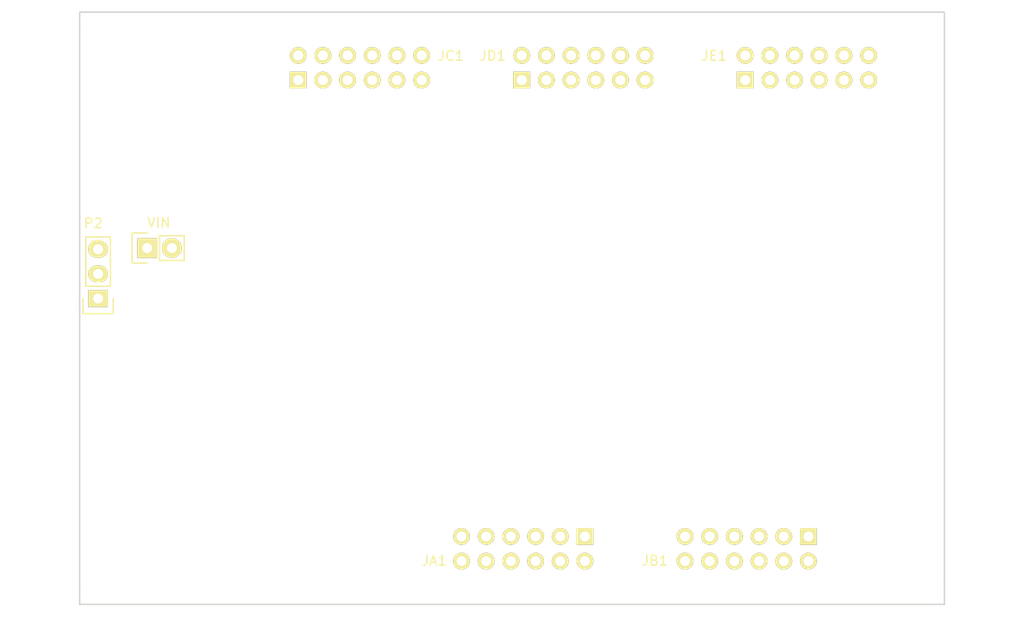
<source format=kicad_pcb>
(kicad_pcb (version 20160815) (host pcbnew "(2017-01-24 revision 0b6147e)-makepkg")

  (general
    (links 0)
    (no_connects 0)
    (area 32.424999 77.924999 121.575001 139.075001)
    (thickness 1.6)
    (drawings 5)
    (tracks 0)
    (zones 0)
    (modules 11)
    (nets 68)
  )

  (page A4)
  (layers
    (0 F.Cu signal)
    (31 B.Cu power)
    (32 B.Adhes user)
    (33 F.Adhes user)
    (34 B.Paste user)
    (35 F.Paste user)
    (36 B.SilkS user)
    (37 F.SilkS user)
    (38 B.Mask user)
    (39 F.Mask user)
    (40 Dwgs.User user)
    (41 Cmts.User user)
    (42 Eco1.User user)
    (43 Eco2.User user)
    (44 Edge.Cuts user)
    (45 Margin user)
    (46 B.CrtYd user)
    (47 F.CrtYd user)
    (48 B.Fab user)
    (49 F.Fab user)
  )

  (setup
    (last_trace_width 0.25)
    (user_trace_width 0.254)
    (user_trace_width 0.381)
    (user_trace_width 0.508)
    (user_trace_width 0.635)
    (user_trace_width 0.762)
    (trace_clearance 0.2)
    (zone_clearance 0.254)
    (zone_45_only no)
    (trace_min 0.2)
    (segment_width 0.2)
    (edge_width 0.15)
    (via_size 0.6)
    (via_drill 0.4)
    (via_min_size 0.4)
    (via_min_drill 0.3)
    (uvia_size 0.3)
    (uvia_drill 0.1)
    (uvias_allowed no)
    (uvia_min_size 0.2)
    (uvia_min_drill 0.1)
    (pcb_text_width 0.3)
    (pcb_text_size 1.5 1.5)
    (mod_edge_width 0.15)
    (mod_text_size 1 1)
    (mod_text_width 0.15)
    (pad_size 1.524 1.524)
    (pad_drill 0.762)
    (pad_to_mask_clearance 0.2)
    (aux_axis_origin 0 0)
    (visible_elements 7FFEFF7F)
    (pcbplotparams
      (layerselection 0x010f0_ffffffff)
      (usegerberextensions true)
      (excludeedgelayer true)
      (linewidth 0.100000)
      (plotframeref false)
      (viasonmask false)
      (mode 1)
      (useauxorigin false)
      (hpglpennumber 1)
      (hpglpenspeed 20)
      (hpglpendiameter 15)
      (psnegative false)
      (psa4output false)
      (plotreference true)
      (plotvalue true)
      (plotinvisibletext false)
      (padsonsilk false)
      (subtractmaskfromsilk true)
      (outputformat 1)
      (mirror false)
      (drillshape 0)
      (scaleselection 1)
      (outputdirectory Gerber/))
  )

  (net 0 "")
  (net 1 /fpga/VCC3V3)
  (net 2 GND)
  (net 3 "Net-(JA1-Pad7)")
  (net 4 "Net-(JA1-Pad1)")
  (net 5 "Net-(JA1-Pad8)")
  (net 6 "Net-(JA1-Pad2)")
  (net 7 "Net-(JA1-Pad9)")
  (net 8 "Net-(JA1-Pad3)")
  (net 9 "Net-(JA1-Pad10)")
  (net 10 "Net-(JA1-Pad4)")
  (net 11 "Net-(JA1-Pad11)")
  (net 12 "Net-(JA1-Pad5)")
  (net 13 "Net-(JA1-Pad12)")
  (net 14 "Net-(JA1-Pad6)")
  (net 15 "Net-(JB1-Pad6)")
  (net 16 "Net-(JB1-Pad12)")
  (net 17 "Net-(JB1-Pad5)")
  (net 18 "Net-(JB1-Pad11)")
  (net 19 "Net-(JB1-Pad4)")
  (net 20 "Net-(JB1-Pad10)")
  (net 21 "Net-(JB1-Pad3)")
  (net 22 "Net-(JB1-Pad9)")
  (net 23 "Net-(JB1-Pad2)")
  (net 24 "Net-(JB1-Pad8)")
  (net 25 "Net-(JB1-Pad1)")
  (net 26 "Net-(JB1-Pad7)")
  (net 27 "Net-(JC1-Pad6)")
  (net 28 "Net-(JC1-Pad12)")
  (net 29 "Net-(JC1-Pad5)")
  (net 30 "Net-(JC1-Pad11)")
  (net 31 "Net-(JC1-Pad4)")
  (net 32 "Net-(JC1-Pad10)")
  (net 33 "Net-(JC1-Pad3)")
  (net 34 "Net-(JC1-Pad9)")
  (net 35 "Net-(JC1-Pad2)")
  (net 36 "Net-(JC1-Pad8)")
  (net 37 "Net-(JC1-Pad1)")
  (net 38 "Net-(JC1-Pad7)")
  (net 39 "Net-(JD1-Pad6)")
  (net 40 "Net-(JD1-Pad12)")
  (net 41 "Net-(JD1-Pad5)")
  (net 42 "Net-(JD1-Pad11)")
  (net 43 "Net-(JD1-Pad4)")
  (net 44 "Net-(JD1-Pad10)")
  (net 45 "Net-(JD1-Pad3)")
  (net 46 "Net-(JD1-Pad9)")
  (net 47 "Net-(JD1-Pad2)")
  (net 48 "Net-(JD1-Pad8)")
  (net 49 "Net-(JD1-Pad1)")
  (net 50 "Net-(JD1-Pad7)")
  (net 51 "Net-(JE1-Pad7)")
  (net 52 "Net-(JE1-Pad1)")
  (net 53 "Net-(JE1-Pad8)")
  (net 54 "Net-(JE1-Pad2)")
  (net 55 "Net-(JE1-Pad9)")
  (net 56 "Net-(JE1-Pad3)")
  (net 57 "Net-(JE1-Pad10)")
  (net 58 "Net-(JE1-Pad4)")
  (net 59 "Net-(JE1-Pad11)")
  (net 60 "Net-(JE1-Pad5)")
  (net 61 "Net-(JE1-Pad12)")
  (net 62 "Net-(JE1-Pad6)")
  (net 63 "Net-(P2-Pad1)")
  (net 64 "Net-(P2-Pad2)")
  (net 65 "Net-(P2-Pad3)")
  (net 66 "Net-(P3-Pad1)")
  (net 67 "Net-(P3-Pad2)")

  (net_class Default "This is the default net class."
    (clearance 0.2)
    (trace_width 0.25)
    (via_dia 0.6)
    (via_drill 0.4)
    (uvia_dia 0.3)
    (uvia_drill 0.1)
    (add_net "Net-(JA1-Pad1)")
    (add_net "Net-(JA1-Pad10)")
    (add_net "Net-(JA1-Pad11)")
    (add_net "Net-(JA1-Pad12)")
    (add_net "Net-(JA1-Pad2)")
    (add_net "Net-(JA1-Pad3)")
    (add_net "Net-(JA1-Pad4)")
    (add_net "Net-(JA1-Pad5)")
    (add_net "Net-(JA1-Pad6)")
    (add_net "Net-(JA1-Pad7)")
    (add_net "Net-(JA1-Pad8)")
    (add_net "Net-(JA1-Pad9)")
    (add_net "Net-(JB1-Pad1)")
    (add_net "Net-(JB1-Pad10)")
    (add_net "Net-(JB1-Pad11)")
    (add_net "Net-(JB1-Pad12)")
    (add_net "Net-(JB1-Pad2)")
    (add_net "Net-(JB1-Pad3)")
    (add_net "Net-(JB1-Pad4)")
    (add_net "Net-(JB1-Pad5)")
    (add_net "Net-(JB1-Pad6)")
    (add_net "Net-(JB1-Pad7)")
    (add_net "Net-(JB1-Pad8)")
    (add_net "Net-(JB1-Pad9)")
    (add_net "Net-(JC1-Pad1)")
    (add_net "Net-(JC1-Pad10)")
    (add_net "Net-(JC1-Pad11)")
    (add_net "Net-(JC1-Pad12)")
    (add_net "Net-(JC1-Pad2)")
    (add_net "Net-(JC1-Pad3)")
    (add_net "Net-(JC1-Pad4)")
    (add_net "Net-(JC1-Pad5)")
    (add_net "Net-(JC1-Pad6)")
    (add_net "Net-(JC1-Pad7)")
    (add_net "Net-(JC1-Pad8)")
    (add_net "Net-(JC1-Pad9)")
    (add_net "Net-(JD1-Pad1)")
    (add_net "Net-(JD1-Pad10)")
    (add_net "Net-(JD1-Pad11)")
    (add_net "Net-(JD1-Pad12)")
    (add_net "Net-(JD1-Pad2)")
    (add_net "Net-(JD1-Pad3)")
    (add_net "Net-(JD1-Pad4)")
    (add_net "Net-(JD1-Pad5)")
    (add_net "Net-(JD1-Pad6)")
    (add_net "Net-(JD1-Pad7)")
    (add_net "Net-(JD1-Pad8)")
    (add_net "Net-(JD1-Pad9)")
    (add_net "Net-(JE1-Pad1)")
    (add_net "Net-(JE1-Pad10)")
    (add_net "Net-(JE1-Pad11)")
    (add_net "Net-(JE1-Pad12)")
    (add_net "Net-(JE1-Pad2)")
    (add_net "Net-(JE1-Pad3)")
    (add_net "Net-(JE1-Pad4)")
    (add_net "Net-(JE1-Pad5)")
    (add_net "Net-(JE1-Pad6)")
    (add_net "Net-(JE1-Pad7)")
    (add_net "Net-(JE1-Pad8)")
    (add_net "Net-(JE1-Pad9)")
    (add_net "Net-(P2-Pad1)")
    (add_net "Net-(P2-Pad2)")
    (add_net "Net-(P2-Pad3)")
    (add_net "Net-(P3-Pad1)")
    (add_net "Net-(P3-Pad2)")
  )

  (net_class Power ""
    (clearance 0.2)
    (trace_width 0.25)
    (via_dia 0.6)
    (via_drill 0.4)
    (uvia_dia 0.3)
    (uvia_drill 0.1)
  )

  (module Spartan6Dev:Socket_Strip_Angled_2x06_PMOD locked (layer F.Cu) (tedit 58B7E39D) (tstamp 58A14D4C)
    (at 84.5 132 180)
    (descr "Through hole socket strip")
    (tags "socket strip")
    (path /5863C8D0/589ECA19)
    (fp_text reference JA1 (at 15.5 -2.5 180) (layer F.SilkS)
      (effects (font (size 1 1) (thickness 0.15)))
    )
    (fp_text value PMA (at 6.27 -5.35 180) (layer F.Fab)
      (effects (font (size 1 1) (thickness 0.15)))
    )
    (pad 7 thru_hole oval (at -0.0035 -2.5435) (size 1.7272 1.7272) (drill 1.016) (layers *.Cu *.Mask F.SilkS)
      (net 3 "Net-(JA1-Pad7)"))
    (pad 1 thru_hole rect (at -0.0035 -0.0035) (size 1.7272 1.7272) (drill 1.016) (layers *.Cu *.Mask F.SilkS)
      (net 4 "Net-(JA1-Pad1)"))
    (pad 8 thru_hole oval (at 2.5365 -2.5435) (size 1.7272 1.7272) (drill 1.016) (layers *.Cu *.Mask F.SilkS)
      (net 5 "Net-(JA1-Pad8)"))
    (pad 2 thru_hole oval (at 2.5365 -0.0035) (size 1.7272 1.7272) (drill 1.016) (layers *.Cu *.Mask F.SilkS)
      (net 6 "Net-(JA1-Pad2)"))
    (pad 9 thru_hole oval (at 5.0765 -2.5435) (size 1.7272 1.7272) (drill 1.016) (layers *.Cu *.Mask F.SilkS)
      (net 7 "Net-(JA1-Pad9)"))
    (pad 3 thru_hole oval (at 5.0765 -0.0035) (size 1.7272 1.7272) (drill 1.016) (layers *.Cu *.Mask F.SilkS)
      (net 8 "Net-(JA1-Pad3)"))
    (pad 10 thru_hole oval (at 7.6165 -2.5435) (size 1.7272 1.7272) (drill 1.016) (layers *.Cu *.Mask F.SilkS)
      (net 9 "Net-(JA1-Pad10)"))
    (pad 4 thru_hole oval (at 7.6165 -0.0035) (size 1.7272 1.7272) (drill 1.016) (layers *.Cu *.Mask F.SilkS)
      (net 10 "Net-(JA1-Pad4)"))
    (pad 11 thru_hole oval (at 10.1565 -2.5435) (size 1.7272 1.7272) (drill 1.016) (layers *.Cu *.Mask F.SilkS)
      (net 11 "Net-(JA1-Pad11)"))
    (pad 5 thru_hole oval (at 10.1565 -0.0035) (size 1.7272 1.7272) (drill 1.016) (layers *.Cu *.Mask F.SilkS)
      (net 12 "Net-(JA1-Pad5)"))
    (pad 12 thru_hole oval (at 12.6965 -2.5435) (size 1.7272 1.7272) (drill 1.016) (layers *.Cu *.Mask F.SilkS)
      (net 13 "Net-(JA1-Pad12)"))
    (pad 6 thru_hole circle (at 12.6965 -0.0035) (size 1.7272 1.7272) (drill 1.016) (layers *.Cu *.Mask F.SilkS)
      (net 14 "Net-(JA1-Pad6)"))
    (model ${KIPRJMOD}/3dmodels/Pin_Header_Straight_2x06.wrl
      (at (xyz 0.25 0.05118110236220473 -0.05314960629921261))
      (scale (xyz 1 1 1))
      (rotate (xyz 180 0 0))
    )
  )

  (module Spartan6Dev:Pin_Header_Straight_1x03 locked (layer F.Cu) (tedit 58A5BABD) (tstamp 589F2840)
    (at 34.4 107.5 180)
    (descr "Through hole pin header")
    (tags "pin header")
    (path /5863C797/5868E260)
    (fp_text reference P2 (at 0.5 7.75 180) (layer F.SilkS)
      (effects (font (size 1 1) (thickness 0.15)))
    )
    (fp_text value PWR_SELECT (at 0 -3.1 180) (layer F.Fab)
      (effects (font (size 1 1) (thickness 0.15)))
    )
    (fp_line (start -1.75 -1.75) (end -1.75 6.85) (layer F.CrtYd) (width 0.05))
    (fp_line (start 1.75 -1.75) (end 1.75 6.85) (layer F.CrtYd) (width 0.05))
    (fp_line (start -1.75 -1.75) (end 1.75 -1.75) (layer F.CrtYd) (width 0.05))
    (fp_line (start -1.75 6.85) (end 1.75 6.85) (layer F.CrtYd) (width 0.05))
    (fp_line (start -1.27 1.27) (end -1.27 6.35) (layer F.SilkS) (width 0.15))
    (fp_line (start -1.27 6.35) (end 1.27 6.35) (layer F.SilkS) (width 0.15))
    (fp_line (start 1.27 6.35) (end 1.27 1.27) (layer F.SilkS) (width 0.15))
    (fp_line (start 1.55 -1.55) (end 1.55 0) (layer F.SilkS) (width 0.15))
    (fp_line (start 1.27 1.27) (end -1.27 1.27) (layer F.SilkS) (width 0.15))
    (fp_line (start -1.55 0) (end -1.55 -1.55) (layer F.SilkS) (width 0.15))
    (fp_line (start -1.55 -1.55) (end 1.55 -1.55) (layer F.SilkS) (width 0.15))
    (pad 1 thru_hole rect (at 0 0 180) (size 2.032 1.7272) (drill 1.016) (layers *.Cu *.Mask F.SilkS)
      (net 63 "Net-(P2-Pad1)"))
    (pad 2 thru_hole oval (at 0 2.54 180) (size 2.032 1.7272) (drill 1.016) (layers *.Cu *.Mask F.SilkS)
      (net 64 "Net-(P2-Pad2)"))
    (pad 3 thru_hole oval (at 0 5.08 180) (size 2.032 1.7272) (drill 1.016) (layers *.Cu *.Mask F.SilkS)
      (net 65 "Net-(P2-Pad3)"))
    (model ${KIPRJMOD}/3dmodels/Pin_Header_Straight_1x03.wrl
      (at (xyz 0 -0.1 -0.05314960629921261))
      (scale (xyz 1 1 1))
      (rotate (xyz 180 0 90))
    )
  )

  (module Spartan6Dev:Socket_Strip_Angled_2x06_PMOD locked (layer F.Cu) (tedit 58B7E3A7) (tstamp 58A14D5C)
    (at 107.5 132 180)
    (descr "Through hole socket strip")
    (tags "socket strip")
    (path /5863C8D0/589F1739)
    (fp_text reference JB1 (at 15.8 -2.5 180) (layer F.SilkS)
      (effects (font (size 1 1) (thickness 0.15)))
    )
    (fp_text value PMB (at 6.27 -5.35 180) (layer F.Fab)
      (effects (font (size 1 1) (thickness 0.15)))
    )
    (pad 6 thru_hole circle (at 12.6965 -0.0035) (size 1.7272 1.7272) (drill 1.016) (layers *.Cu *.Mask F.SilkS)
      (net 15 "Net-(JB1-Pad6)"))
    (pad 12 thru_hole oval (at 12.6965 -2.5435) (size 1.7272 1.7272) (drill 1.016) (layers *.Cu *.Mask F.SilkS)
      (net 16 "Net-(JB1-Pad12)"))
    (pad 5 thru_hole oval (at 10.1565 -0.0035) (size 1.7272 1.7272) (drill 1.016) (layers *.Cu *.Mask F.SilkS)
      (net 17 "Net-(JB1-Pad5)"))
    (pad 11 thru_hole oval (at 10.1565 -2.5435) (size 1.7272 1.7272) (drill 1.016) (layers *.Cu *.Mask F.SilkS)
      (net 18 "Net-(JB1-Pad11)"))
    (pad 4 thru_hole oval (at 7.6165 -0.0035) (size 1.7272 1.7272) (drill 1.016) (layers *.Cu *.Mask F.SilkS)
      (net 19 "Net-(JB1-Pad4)"))
    (pad 10 thru_hole oval (at 7.6165 -2.5435) (size 1.7272 1.7272) (drill 1.016) (layers *.Cu *.Mask F.SilkS)
      (net 20 "Net-(JB1-Pad10)"))
    (pad 3 thru_hole oval (at 5.0765 -0.0035) (size 1.7272 1.7272) (drill 1.016) (layers *.Cu *.Mask F.SilkS)
      (net 21 "Net-(JB1-Pad3)"))
    (pad 9 thru_hole oval (at 5.0765 -2.5435) (size 1.7272 1.7272) (drill 1.016) (layers *.Cu *.Mask F.SilkS)
      (net 22 "Net-(JB1-Pad9)"))
    (pad 2 thru_hole oval (at 2.5365 -0.0035) (size 1.7272 1.7272) (drill 1.016) (layers *.Cu *.Mask F.SilkS)
      (net 23 "Net-(JB1-Pad2)"))
    (pad 8 thru_hole oval (at 2.5365 -2.5435) (size 1.7272 1.7272) (drill 1.016) (layers *.Cu *.Mask F.SilkS)
      (net 24 "Net-(JB1-Pad8)"))
    (pad 1 thru_hole rect (at -0.0035 -0.0035) (size 1.7272 1.7272) (drill 1.016) (layers *.Cu *.Mask F.SilkS)
      (net 25 "Net-(JB1-Pad1)"))
    (pad 7 thru_hole oval (at -0.0035 -2.5435) (size 1.7272 1.7272) (drill 1.016) (layers *.Cu *.Mask F.SilkS)
      (net 26 "Net-(JB1-Pad7)"))
    (model ${KIPRJMOD}/3dmodels/Pin_Header_Straight_2x06.wrl
      (at (xyz 0.25 0.05118110236220473 -0.05314960629921261))
      (scale (xyz 1 1 1))
      (rotate (xyz 180 0 0))
    )
  )

  (module Spartan6Dev:Socket_Strip_Angled_2x06_PMOD locked (layer F.Cu) (tedit 58B7E365) (tstamp 58A14D6C)
    (at 55 85)
    (descr "Through hole socket strip")
    (tags "socket strip")
    (path /5863C8D0/589E75D9)
    (fp_text reference JC1 (at 15.7 -2.5) (layer F.SilkS)
      (effects (font (size 1 1) (thickness 0.15)))
    )
    (fp_text value PMC (at 6.27 -5.35) (layer F.Fab)
      (effects (font (size 1 1) (thickness 0.15)))
    )
    (pad 6 thru_hole circle (at 12.6965 -0.0035 180) (size 1.7272 1.7272) (drill 1.016) (layers *.Cu *.Mask F.SilkS)
      (net 27 "Net-(JC1-Pad6)"))
    (pad 12 thru_hole oval (at 12.6965 -2.5435 180) (size 1.7272 1.7272) (drill 1.016) (layers *.Cu *.Mask F.SilkS)
      (net 28 "Net-(JC1-Pad12)"))
    (pad 5 thru_hole oval (at 10.1565 -0.0035 180) (size 1.7272 1.7272) (drill 1.016) (layers *.Cu *.Mask F.SilkS)
      (net 29 "Net-(JC1-Pad5)"))
    (pad 11 thru_hole oval (at 10.1565 -2.5435 180) (size 1.7272 1.7272) (drill 1.016) (layers *.Cu *.Mask F.SilkS)
      (net 30 "Net-(JC1-Pad11)"))
    (pad 4 thru_hole oval (at 7.6165 -0.0035 180) (size 1.7272 1.7272) (drill 1.016) (layers *.Cu *.Mask F.SilkS)
      (net 31 "Net-(JC1-Pad4)"))
    (pad 10 thru_hole oval (at 7.6165 -2.5435 180) (size 1.7272 1.7272) (drill 1.016) (layers *.Cu *.Mask F.SilkS)
      (net 32 "Net-(JC1-Pad10)"))
    (pad 3 thru_hole oval (at 5.0765 -0.0035 180) (size 1.7272 1.7272) (drill 1.016) (layers *.Cu *.Mask F.SilkS)
      (net 33 "Net-(JC1-Pad3)"))
    (pad 9 thru_hole oval (at 5.0765 -2.5435 180) (size 1.7272 1.7272) (drill 1.016) (layers *.Cu *.Mask F.SilkS)
      (net 34 "Net-(JC1-Pad9)"))
    (pad 2 thru_hole oval (at 2.5365 -0.0035 180) (size 1.7272 1.7272) (drill 1.016) (layers *.Cu *.Mask F.SilkS)
      (net 35 "Net-(JC1-Pad2)"))
    (pad 8 thru_hole oval (at 2.5365 -2.5435 180) (size 1.7272 1.7272) (drill 1.016) (layers *.Cu *.Mask F.SilkS)
      (net 36 "Net-(JC1-Pad8)"))
    (pad 1 thru_hole rect (at -0.0035 -0.0035 180) (size 1.7272 1.7272) (drill 1.016) (layers *.Cu *.Mask F.SilkS)
      (net 37 "Net-(JC1-Pad1)"))
    (pad 7 thru_hole oval (at -0.0035 -2.5435 180) (size 1.7272 1.7272) (drill 1.016) (layers *.Cu *.Mask F.SilkS)
      (net 38 "Net-(JC1-Pad7)"))
    (model ${KIPRJMOD}/3dmodels/Pin_Header_Straight_2x06.wrl
      (at (xyz 0.25 0.05118110236220473 -0.05314960629921261))
      (scale (xyz 1 1 1))
      (rotate (xyz 180 0 0))
    )
  )

  (module Spartan6Dev:Socket_Strip_Angled_2x06_PMOD locked (layer F.Cu) (tedit 58B7E36C) (tstamp 58A14D7C)
    (at 78 85)
    (descr "Through hole socket strip")
    (tags "socket strip")
    (path /5863C8D0/589F2D63)
    (fp_text reference JD1 (at -3 -2.5 180) (layer F.SilkS)
      (effects (font (size 1 1) (thickness 0.15)))
    )
    (fp_text value PMD (at 6.27 -5.35) (layer F.Fab)
      (effects (font (size 1 1) (thickness 0.15)))
    )
    (pad 6 thru_hole circle (at 12.6965 -0.0035 180) (size 1.7272 1.7272) (drill 1.016) (layers *.Cu *.Mask F.SilkS)
      (net 39 "Net-(JD1-Pad6)"))
    (pad 12 thru_hole oval (at 12.6965 -2.5435 180) (size 1.7272 1.7272) (drill 1.016) (layers *.Cu *.Mask F.SilkS)
      (net 40 "Net-(JD1-Pad12)"))
    (pad 5 thru_hole oval (at 10.1565 -0.0035 180) (size 1.7272 1.7272) (drill 1.016) (layers *.Cu *.Mask F.SilkS)
      (net 41 "Net-(JD1-Pad5)"))
    (pad 11 thru_hole oval (at 10.1565 -2.5435 180) (size 1.7272 1.7272) (drill 1.016) (layers *.Cu *.Mask F.SilkS)
      (net 42 "Net-(JD1-Pad11)"))
    (pad 4 thru_hole oval (at 7.6165 -0.0035 180) (size 1.7272 1.7272) (drill 1.016) (layers *.Cu *.Mask F.SilkS)
      (net 43 "Net-(JD1-Pad4)"))
    (pad 10 thru_hole oval (at 7.6165 -2.5435 180) (size 1.7272 1.7272) (drill 1.016) (layers *.Cu *.Mask F.SilkS)
      (net 44 "Net-(JD1-Pad10)"))
    (pad 3 thru_hole oval (at 5.0765 -0.0035 180) (size 1.7272 1.7272) (drill 1.016) (layers *.Cu *.Mask F.SilkS)
      (net 45 "Net-(JD1-Pad3)"))
    (pad 9 thru_hole oval (at 5.0765 -2.5435 180) (size 1.7272 1.7272) (drill 1.016) (layers *.Cu *.Mask F.SilkS)
      (net 46 "Net-(JD1-Pad9)"))
    (pad 2 thru_hole oval (at 2.5365 -0.0035 180) (size 1.7272 1.7272) (drill 1.016) (layers *.Cu *.Mask F.SilkS)
      (net 47 "Net-(JD1-Pad2)"))
    (pad 8 thru_hole oval (at 2.5365 -2.5435 180) (size 1.7272 1.7272) (drill 1.016) (layers *.Cu *.Mask F.SilkS)
      (net 48 "Net-(JD1-Pad8)"))
    (pad 1 thru_hole rect (at -0.0035 -0.0035 180) (size 1.7272 1.7272) (drill 1.016) (layers *.Cu *.Mask F.SilkS)
      (net 49 "Net-(JD1-Pad1)"))
    (pad 7 thru_hole oval (at -0.0035 -2.5435 180) (size 1.7272 1.7272) (drill 1.016) (layers *.Cu *.Mask F.SilkS)
      (net 50 "Net-(JD1-Pad7)"))
    (model ${KIPRJMOD}/3dmodels/Pin_Header_Straight_2x06.wrl
      (at (xyz 0.25 0.05118110236220473 -0.05314960629921261))
      (scale (xyz 1 1 1))
      (rotate (xyz 180 0 0))
    )
  )

  (module Spartan6Dev:Socket_Strip_Angled_2x06_PMOD locked (layer F.Cu) (tedit 58B7E378) (tstamp 58A14D8C)
    (at 101 85)
    (descr "Through hole socket strip")
    (tags "socket strip")
    (path /5863C8D0/589F2057)
    (fp_text reference JE1 (at -3.2 -2.5) (layer F.SilkS)
      (effects (font (size 1 1) (thickness 0.15)))
    )
    (fp_text value PME (at 6.27 -5.35) (layer F.Fab)
      (effects (font (size 1 1) (thickness 0.15)))
    )
    (pad 7 thru_hole oval (at -0.0035 -2.5435 180) (size 1.7272 1.7272) (drill 1.016) (layers *.Cu *.Mask F.SilkS)
      (net 51 "Net-(JE1-Pad7)"))
    (pad 1 thru_hole rect (at -0.0035 -0.0035 180) (size 1.7272 1.7272) (drill 1.016) (layers *.Cu *.Mask F.SilkS)
      (net 52 "Net-(JE1-Pad1)"))
    (pad 8 thru_hole oval (at 2.5365 -2.5435 180) (size 1.7272 1.7272) (drill 1.016) (layers *.Cu *.Mask F.SilkS)
      (net 53 "Net-(JE1-Pad8)"))
    (pad 2 thru_hole oval (at 2.5365 -0.0035 180) (size 1.7272 1.7272) (drill 1.016) (layers *.Cu *.Mask F.SilkS)
      (net 54 "Net-(JE1-Pad2)"))
    (pad 9 thru_hole oval (at 5.0765 -2.5435 180) (size 1.7272 1.7272) (drill 1.016) (layers *.Cu *.Mask F.SilkS)
      (net 55 "Net-(JE1-Pad9)"))
    (pad 3 thru_hole oval (at 5.0765 -0.0035 180) (size 1.7272 1.7272) (drill 1.016) (layers *.Cu *.Mask F.SilkS)
      (net 56 "Net-(JE1-Pad3)"))
    (pad 10 thru_hole oval (at 7.6165 -2.5435 180) (size 1.7272 1.7272) (drill 1.016) (layers *.Cu *.Mask F.SilkS)
      (net 57 "Net-(JE1-Pad10)"))
    (pad 4 thru_hole oval (at 7.6165 -0.0035 180) (size 1.7272 1.7272) (drill 1.016) (layers *.Cu *.Mask F.SilkS)
      (net 58 "Net-(JE1-Pad4)"))
    (pad 11 thru_hole oval (at 10.1565 -2.5435 180) (size 1.7272 1.7272) (drill 1.016) (layers *.Cu *.Mask F.SilkS)
      (net 59 "Net-(JE1-Pad11)"))
    (pad 5 thru_hole oval (at 10.1565 -0.0035 180) (size 1.7272 1.7272) (drill 1.016) (layers *.Cu *.Mask F.SilkS)
      (net 60 "Net-(JE1-Pad5)"))
    (pad 12 thru_hole oval (at 12.6965 -2.5435 180) (size 1.7272 1.7272) (drill 1.016) (layers *.Cu *.Mask F.SilkS)
      (net 61 "Net-(JE1-Pad12)"))
    (pad 6 thru_hole circle (at 12.6965 -0.0035 180) (size 1.7272 1.7272) (drill 1.016) (layers *.Cu *.Mask F.SilkS)
      (net 62 "Net-(JE1-Pad6)"))
    (model ${KIPRJMOD}/3dmodels/Pin_Header_Straight_2x06.wrl
      (at (xyz 0.25 0.05118110236220473 -0.05314960629921261))
      (scale (xyz 1 1 1))
      (rotate (xyz 180 0 0))
    )
  )

  (module Mounting_Holes:MountingHole_2.7mm_M2.5 locked (layer F.Cu) (tedit 58FE1BBA) (tstamp 58ACA247)
    (at 119.5 137)
    (descr "Mounting Hole 2.7mm, no annular, M2.5")
    (tags "mounting hole 2.7mm no annular m2.5")
    (fp_text reference REF** (at 0.1 3.8) (layer F.Fab) hide
      (effects (font (size 1 1) (thickness 0.15)))
    )
    (fp_text value MountingHole_2.7mm_M2.5 (at 0 3.7) (layer F.Fab)
      (effects (font (size 1 1) (thickness 0.15)))
    )
    (fp_circle (center 0 0) (end 2.95 0) (layer F.CrtYd) (width 0.05))
    (fp_circle (center 0 0) (end 2.7 0) (layer Cmts.User) (width 0.15))
    (pad 1 np_thru_hole circle (at 0 0) (size 2.7 2.7) (drill 2.7) (layers *.Cu *.Mask F.SilkS))
  )

  (module Mounting_Holes:MountingHole_2.7mm_M2.5 locked (layer F.Cu) (tedit 58FE1BB2) (tstamp 58ADA9A7)
    (at 119.5 80)
    (descr "Mounting Hole 2.7mm, no annular, M2.5")
    (tags "mounting hole 2.7mm no annular m2.5")
    (fp_text reference REF** (at 0.1 3.8) (layer F.Fab) hide
      (effects (font (size 1 1) (thickness 0.15)))
    )
    (fp_text value MountingHole_2.7mm_M2.5 (at 0 3.7) (layer F.Fab)
      (effects (font (size 1 1) (thickness 0.15)))
    )
    (fp_circle (center 0 0) (end 2.95 0) (layer F.CrtYd) (width 0.05))
    (fp_circle (center 0 0) (end 2.7 0) (layer Cmts.User) (width 0.15))
    (pad 1 np_thru_hole circle (at 0 0) (size 2.7 2.7) (drill 2.7) (layers *.Cu *.Mask F.SilkS))
  )

  (module Pin_Headers:Pin_Header_Straight_1x02 locked (layer F.Cu) (tedit 54EA090C) (tstamp 58ADC76B)
    (at 39.45 102.3 90)
    (descr "Through hole pin header")
    (tags "pin header")
    (path /5863C797/58AC5752)
    (fp_text reference P3 (at 0 -5.1 90) (layer F.SilkS)
      (effects (font (size 1 1) (thickness 0.15)))
    )
    (fp_text value VIN (at 0 -3.1 90) (layer F.Fab)
      (effects (font (size 1 1) (thickness 0.15)))
    )
    (fp_line (start 1.27 1.27) (end 1.27 3.81) (layer F.SilkS) (width 0.15))
    (fp_line (start 1.55 -1.55) (end 1.55 0) (layer F.SilkS) (width 0.15))
    (fp_line (start -1.75 -1.75) (end -1.75 4.3) (layer F.CrtYd) (width 0.05))
    (fp_line (start 1.75 -1.75) (end 1.75 4.3) (layer F.CrtYd) (width 0.05))
    (fp_line (start -1.75 -1.75) (end 1.75 -1.75) (layer F.CrtYd) (width 0.05))
    (fp_line (start -1.75 4.3) (end 1.75 4.3) (layer F.CrtYd) (width 0.05))
    (fp_line (start 1.27 1.27) (end -1.27 1.27) (layer F.SilkS) (width 0.15))
    (fp_line (start -1.55 0) (end -1.55 -1.55) (layer F.SilkS) (width 0.15))
    (fp_line (start -1.55 -1.55) (end 1.55 -1.55) (layer F.SilkS) (width 0.15))
    (fp_line (start -1.27 1.27) (end -1.27 3.81) (layer F.SilkS) (width 0.15))
    (fp_line (start -1.27 3.81) (end 1.27 3.81) (layer F.SilkS) (width 0.15))
    (pad 1 thru_hole rect (at 0 0 90) (size 2.032 2.032) (drill 1.016) (layers *.Cu *.Mask F.SilkS)
      (net 66 "Net-(P3-Pad1)"))
    (pad 2 thru_hole oval (at 0 2.54 90) (size 2.032 2.032) (drill 1.016) (layers *.Cu *.Mask F.SilkS)
      (net 67 "Net-(P3-Pad2)"))
    (model ${KIPRJMOD}/3dmodels/Pin_Header_Straight_1x02.wrl
      (at (xyz 0 -0.05 -0.05314960629921261))
      (scale (xyz 1 1 1))
      (rotate (xyz 180 0 90))
    )
  )

  (module Mounting_Holes:MountingHole_2.7mm_M2.5 locked (layer F.Cu) (tedit 58FE1BAD) (tstamp 58B5A648)
    (at 34.5 80)
    (descr "Mounting Hole 2.7mm, no annular, M2.5")
    (tags "mounting hole 2.7mm no annular m2.5")
    (fp_text reference REF** (at 0.1 3.8) (layer F.Fab) hide
      (effects (font (size 1 1) (thickness 0.15)))
    )
    (fp_text value MountingHole_2.7mm_M2.5 (at 0 3.7) (layer F.Fab)
      (effects (font (size 1 1) (thickness 0.15)))
    )
    (fp_circle (center 0 0) (end 2.95 0) (layer F.CrtYd) (width 0.05))
    (fp_circle (center 0 0) (end 2.7 0) (layer Cmts.User) (width 0.15))
    (pad 1 np_thru_hole circle (at 0 0) (size 2.7 2.7) (drill 2.7) (layers *.Cu *.Mask F.SilkS))
  )

  (module Mounting_Holes:MountingHole_2.7mm_M2.5 locked (layer F.Cu) (tedit 58FE1BBF) (tstamp 58B7EB21)
    (at 34.5 137)
    (descr "Mounting Hole 2.7mm, no annular, M2.5")
    (tags "mounting hole 2.7mm no annular m2.5")
    (fp_text reference REF** (at 0.1 3.8) (layer F.Fab) hide
      (effects (font (size 1 1) (thickness 0.15)))
    )
    (fp_text value MountingHole_2.7mm_M2.5 (at 0 3.7) (layer F.Fab)
      (effects (font (size 1 1) (thickness 0.15)))
    )
    (fp_circle (center 0 0) (end 2.95 0) (layer F.CrtYd) (width 0.05))
    (fp_circle (center 0 0) (end 2.7 0) (layer Cmts.User) (width 0.15))
    (pad 1 np_thru_hole circle (at 0 0) (size 2.7 2.7) (drill 2.7) (layers *.Cu *.Mask F.SilkS))
  )

  (gr_text VIN (at 40.65 99.7) (layer F.SilkS)
    (effects (font (size 1 1) (thickness 0.15)))
  )
  (gr_line (start 32.5 139) (end 32.5 78) (angle 90) (layer Edge.Cuts) (width 0.15))
  (gr_line (start 121.5 139) (end 32.5 139) (angle 90) (layer Edge.Cuts) (width 0.15))
  (gr_line (start 32.5 78) (end 121.5 78) (angle 90) (layer Edge.Cuts) (width 0.15))
  (gr_line (start 121.5 78) (end 121.5 139) (angle 90) (layer Edge.Cuts) (width 0.15))

  (zone (net 2) (net_name GND) (layer In1.Cu) (tstamp 0) (hatch edge 0.508)
    (connect_pads (clearance 0.254))
    (min_thickness 0.254)
    (fill yes (arc_segments 16) (thermal_gap 0.254) (thermal_bridge_width 0.508))
    (polygon
      (pts
        (xy 122.25 140) (xy 31.75 140) (xy 31.75 76.75) (xy 122.25 76.75)
      )
    )
  )
  (zone (net 1) (net_name /fpga/VCC3V3) (layer In2.Cu) (tstamp 0) (hatch edge 0.508)
    (connect_pads (clearance 0.254))
    (min_thickness 0.254)
    (fill yes (arc_segments 16) (thermal_gap 0.254) (thermal_bridge_width 0.508))
    (polygon
      (pts
        (xy 31.75 76.75) (xy 122.25 76.75) (xy 122.25 140) (xy 31.75 140)
      )
    )
  )
)

</source>
